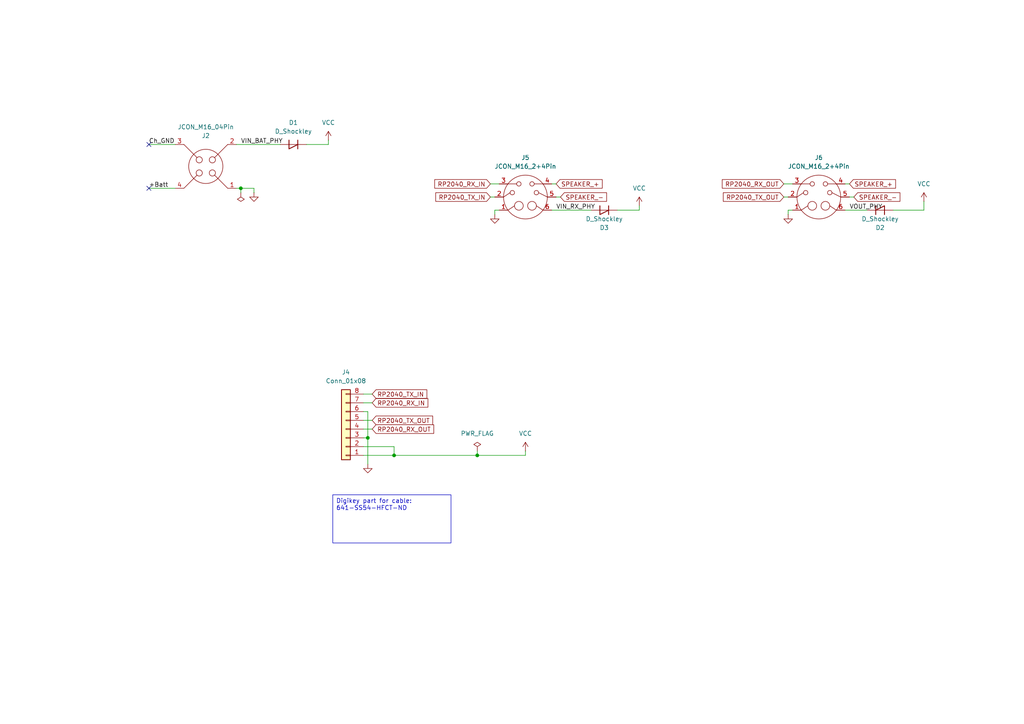
<source format=kicad_sch>
(kicad_sch (version 20250114) (generator "eeschema") (generator_version "9.0")
  (paper "A4")
  (lib_symbols
    (symbol "Connector_Generic:Conn_01x08" (pin_names (offset 1.016) (hide yes))
      (property "Reference" "J" (at 0 10.16 0))
      (property "Value" "Conn_01x08" (at 0 -12.7 0))
      (symbol "Conn_01x08_1_1"
        (rectangle (start -1.27 8.89) (end 1.27 -11.43) (stroke (width 0.254)) (fill (type background)))
        (rectangle (start -1.27 7.747) (end 0 7.493) (stroke (width 0.1524)))
        (rectangle (start -1.27 5.207) (end 0 4.953) (stroke (width 0.1524)))
        (rectangle (start -1.27 2.667) (end 0 2.413) (stroke (width 0.1524)))
        (rectangle (start -1.27 0.127) (end 0 -0.127) (stroke (width 0.1524)))
        (rectangle (start -1.27 -2.413) (end 0 -2.667) (stroke (width 0.1524)))
        (rectangle (start -1.27 -4.953) (end 0 -5.207) (stroke (width 0.1524)))
        (rectangle (start -1.27 -7.493) (end 0 -7.747) (stroke (width 0.1524)))
        (rectangle (start -1.27 -10.033) (end 0 -10.287) (stroke (width 0.1524)))
        (pin passive line (at -5.08 7.62 0) (length 3.81) (name "Pin_1") (number "1"))
        (pin passive line (at -5.08 5.08 0) (length 3.81) (name "Pin_2") (number "2"))
        (pin passive line (at -5.08 2.54 0) (length 3.81) (name "Pin_3") (number "3"))
        (pin passive line (at -5.08 0 0) (length 3.81) (name "Pin_4") (number "4"))
        (pin passive line (at -5.08 -2.54 0) (length 3.81) (name "Pin_5") (number "5"))
        (pin passive line (at -5.08 -5.08 0) (length 3.81) (name "Pin_6") (number "6"))
        (pin passive line (at -5.08 -7.62 0) (length 3.81) (name "Pin_7") (number "7"))
        (pin passive line (at -5.08 -10.16 0) (length 3.81) (name "Pin_8") (number "8"))
      )
    )
    (symbol "Device:D_Shockley" (pin_numbers (hide yes)) (pin_names (offset 1.016) (hide yes))
      (property "Reference" "D" (at 0 2.54 0))
      (property "Value" "D_Shockley" (at 0 -2.54 0))
      (symbol "D_Shockley_0_1"
        (polyline (pts (xy -1.27 1.27) (xy -1.27 -1.27)) (stroke (width 0.254)))
        (polyline (pts (xy -1.27 0) (xy 1.27 0)))
        (polyline (pts (xy -1.27 0) (xy 1.27 1.27) (xy 1.27 -1.27)) (stroke (width 0.254)))
      )
      (symbol "D_Shockley_1_1"
        (pin passive line (at -3.81 0 0) (length 2.54) (name "K") (number "1"))
        (pin passive line (at 3.81 0 180) (length 2.54) (name "A") (number "2"))
      )
    )
    (symbol "cacophony-library:JCON_M16_04Pin"
      (property "Reference" "J" (at 0 11.43 0))
      (property "Value" "JCON_M16_04Pin" (at 0 8.89 0))
      (symbol "JCON_M16_04Pin_0_1"
        (polyline (pts (xy -2.54 2.54) (xy -6.35 6.35)))
        (polyline (pts (xy -2.54 -2.54) (xy -6.35 -6.35)))
        (circle (center -1.905 1.905) (radius 0.898))
        (circle (center -1.905 -1.905) (radius 0.898))
        (circle (center 0 0) (radius 4.9595))
        (circle (center 1.905 1.905) (radius 0.898))
        (circle (center 1.905 -1.905) (radius 0.898))
        (polyline (pts (xy 2.54 -2.54) (xy 6.35 -6.35)))
        (polyline (pts (xy 6.35 6.35) (xy 2.54 2.54)))
      )
      (symbol "JCON_M16_04Pin_1_1"
        (pin passive line (at -8.89 6.35 0) (length 2.54) (name "") (number "1"))
        (pin passive line (at -8.89 -6.35 0) (length 2.54) (name "") (number "2"))
        (pin passive line (at 8.89 6.35 180) (length 2.54) (name "") (number "4"))
        (pin passive line (at 8.89 -6.35 180) (length 2.54) (name "") (number "3"))
      )
    )
    (symbol "cacophony-library:JCON_M16_2+4Pin"
      (property "Reference" "J" (at 0 7.62 0))
      (property "Value" "JCON_M16_2+4Pin" (at -7.62 12.7 0))
      (symbol "JCON_M16_2+4Pin_0_1"
        (polyline (pts (xy -4.445 1.27) (xy -6.35 0)))
        (circle (center -3.81 1.27) (radius 0.635))
        (polyline (pts (xy -3.175 -2.54) (xy -5.08 -3.81)))
        (polyline (pts (xy -2.54 3.81) (xy -5.08 3.81)))
        (circle (center -1.905 3.81) (radius 0.635))
        (circle (center -1.905 -2.54) (radius 1.27))
        (circle (center 0 0) (radius 6.35))
        (circle (center 1.905 3.81) (radius 0.635))
        (circle (center 1.905 -2.54) (radius 1.27))
        (polyline (pts (xy 2.54 3.81) (xy 5.08 3.81)))
        (circle (center 3.175 1.27) (radius 0.635))
        (polyline (pts (xy 3.175 -2.54) (xy 5.08 -3.81)))
        (polyline (pts (xy 3.81 1.27) (xy 6.35 0)))
      )
      (symbol "JCON_M16_2+4Pin_1_1"
        (pin passive line (at -8.89 0 0) (length 2.54) (name "") (number "2"))
        (pin passive line (at -7.62 3.81 0) (length 2.54) (name "") (number "3"))
        (pin passive line (at -7.62 -3.81 0) (length 2.54) (name "") (number "1"))
        (pin passive line (at 7.62 3.81 180) (length 2.54) (name "") (number "4"))
        (pin passive line (at 7.62 -3.81 180) (length 2.54) (name "") (number "6"))
        (pin passive line (at 8.89 0 180) (length 2.54) (name "") (number "5"))
      )
    )
    (symbol "power:GND" (power) (pin_numbers (hide yes)) (pin_names (offset 0) (hide yes))
      (property "Value" "GND" (at 0 -3.81 0))
      (symbol "GND_0_1"
        (polyline (pts (xy 0 0) (xy 0 -1.27) (xy 1.27 -1.27) (xy 0 -2.54) (xy -1.27 -1.27) (xy 0 -1.27)))
      )
      (symbol "GND_1_1"
        (pin power_in line (at 0 0 270) (length 0) (name "~") (number "1"))
      )
    )
    (symbol "power:PWR_FLAG" (power) (pin_numbers (hide yes)) (pin_names (offset 0) (hide yes))
      (property "Value" "PWR_FLAG" (at 0 3.81 0))
      (symbol "PWR_FLAG_0_0"
        (pin power_out line (at 0 0 90) (length 0) (name "~") (number "1"))
      )
      (symbol "PWR_FLAG_0_1"
        (polyline (pts (xy 0 0) (xy 0 1.27) (xy -1.016 1.905) (xy 0 2.54) (xy 1.016 1.905) (xy 0 1.27)))
      )
    )
    (symbol "power:VCC" (power) (pin_numbers (hide yes)) (pin_names (offset 0) (hide yes))
      (property "Value" "VCC" (at 0 3.556 0))
      (symbol "VCC_0_1"
        (polyline (pts (xy -0.762 1.27) (xy 0 2.54)))
        (polyline (pts (xy 0 2.54) (xy 0.762 1.27)))
        (polyline (pts (xy 0 0) (xy 0 2.54)))
      )
      (symbol "VCC_1_1"
        (pin power_in line (at 0 0 90) (length 0) (name "~") (number "1"))
      )
    )
  )
  (text_box "Digikey part for cable: 641-SS54-HFCT-ND" (at 96.52 143.51 0) (size 34.29 13.97) (margins 0.9525 0.9525 0.9525 0.9525) (effects (font (size 1.27 1.27)) (justify left top)))
  (junction (at 69.85 54.61))
  (junction (at 138.43 132.08))
  (junction (at 114.3 132.08))
  (junction (at 106.68 127))
  (no_connect (at 43.18 41.91))
  (no_connect (at 43.18 54.61))
  (wire (pts (xy 114.3 129.54) (xy 114.3 132.08)))
  (wire (pts (xy 143.51 60.96) (xy 144.78 60.96)))
  (wire (pts (xy 114.3 129.54) (xy 105.41 129.54)))
  (wire (pts (xy 227.33 53.34) (xy 229.87 53.34)))
  (wire (pts (xy 114.3 132.08) (xy 138.43 132.08)))
  (wire (pts (xy 43.18 41.91) (xy 50.8 41.91)))
  (wire (pts (xy 160.02 60.96) (xy 171.45 60.96)))
  (wire (pts (xy 69.85 55.88) (xy 69.85 54.61)))
  (wire (pts (xy 142.24 57.15) (xy 143.51 57.15)))
  (wire (pts (xy 105.41 124.46) (xy 107.95 124.46)))
  (wire (pts (xy 105.41 116.84) (xy 107.95 116.84)))
  (wire (pts (xy 227.33 57.15) (xy 228.6 57.15)))
  (wire (pts (xy 43.18 54.61) (xy 50.8 54.61)))
  (wire (pts (xy 267.97 58.42) (xy 267.97 60.96)))
  (wire (pts (xy 245.11 60.96) (xy 251.46 60.96)))
  (wire (pts (xy 160.02 53.34) (xy 161.29 53.34)))
  (wire (pts (xy 105.41 114.3) (xy 107.95 114.3)))
  (wire (pts (xy 185.42 60.96) (xy 185.42 59.69)))
  (wire (pts (xy 105.41 119.38) (xy 106.68 119.38)))
  (wire (pts (xy 95.25 41.91) (xy 95.25 40.64)))
  (wire (pts (xy 228.6 62.23) (xy 228.6 60.96)))
  (wire (pts (xy 105.41 127) (xy 106.68 127)))
  (wire (pts (xy 106.68 127) (xy 106.68 134.62)))
  (wire (pts (xy 259.08 60.96) (xy 267.97 60.96)))
  (wire (pts (xy 179.07 60.96) (xy 185.42 60.96)))
  (wire (pts (xy 228.6 60.96) (xy 229.87 60.96)))
  (wire (pts (xy 138.43 130.81) (xy 138.43 132.08)))
  (wire (pts (xy 142.24 53.34) (xy 144.78 53.34)))
  (wire (pts (xy 161.29 57.15) (xy 162.56 57.15)))
  (wire (pts (xy 73.66 54.61) (xy 69.85 54.61)))
  (wire (pts (xy 73.66 55.88) (xy 73.66 54.61)))
  (wire (pts (xy 106.68 119.38) (xy 106.68 127)))
  (wire (pts (xy 138.43 132.08) (xy 152.4 132.08)))
  (wire (pts (xy 246.38 57.15) (xy 247.65 57.15)))
  (wire (pts (xy 152.4 130.81) (xy 152.4 132.08)))
  (wire (pts (xy 69.85 54.61) (xy 68.58 54.61)))
  (wire (pts (xy 105.41 132.08) (xy 114.3 132.08)))
  (wire (pts (xy 105.41 121.92) (xy 107.95 121.92)))
  (wire (pts (xy 68.58 41.91) (xy 81.28 41.91)))
  (wire (pts (xy 88.9 41.91) (xy 95.25 41.91)))
  (wire (pts (xy 143.51 62.23) (xy 143.51 60.96)))
  (wire (pts (xy 245.11 53.34) (xy 246.38 53.34)))
  (label "+Batt" (at 43.18 54.61 0))
  (label "Ch_GND" (at 43.18 41.91 0))
  (label "VIN_RX_PHY" (at 161.29 60.96 0))
  (label "VOUT_PHY" (at 246.38 60.96 0))
  (label "VIN_BAT_PHY" (at 69.85 41.91 0))
  (global_label "RP2040_RX_IN" (shape input) (at 142.24 53.34 180) (property "Intersheetrefs" "${INTERSHEET_REFS}" (effects (hide yes))))
  (global_label "SPEAKER_+" (shape input) (at 246.38 53.34 0) (property "Intersheetrefs" "${INTERSHEET_REFS}" (effects (hide yes))))
  (global_label "RP2040_RX_OUT" (shape input) (at 227.33 53.34 180) (property "Intersheetrefs" "${INTERSHEET_REFS}" (effects (hide yes))))
  (global_label "RP2040_TX_OUT" (shape input) (at 227.33 57.15 180) (property "Intersheetrefs" "${INTERSHEET_REFS}" (effects (hide yes))))
  (global_label "SPEAKER_-" (shape input) (at 247.65 57.15 0) (property "Intersheetrefs" "${INTERSHEET_REFS}" (effects (hide yes))))
  (global_label "SPEAKER_-" (shape input) (at 162.56 57.15 0) (property "Intersheetrefs" "${INTERSHEET_REFS}" (effects (hide yes))))
  (global_label "RP2040_RX_IN" (shape input) (at 107.95 116.84 0) (property "Intersheetrefs" "${INTERSHEET_REFS}" (effects (hide yes))))
  (global_label "RP2040_RX_OUT" (shape input) (at 107.95 124.46 0) (property "Intersheetrefs" "${INTERSHEET_REFS}" (effects (hide yes))))
  (global_label "RP2040_TX_IN" (shape input) (at 107.95 114.3 0) (property "Intersheetrefs" "${INTERSHEET_REFS}" (effects (hide yes))))
  (global_label "RP2040_TX_IN" (shape input) (at 142.24 57.15 180) (property "Intersheetrefs" "${INTERSHEET_REFS}" (effects (hide yes))))
  (global_label "RP2040_TX_OUT" (shape input) (at 107.95 121.92 0) (property "Intersheetrefs" "${INTERSHEET_REFS}" (effects (hide yes))))
  (global_label "SPEAKER_+" (shape input) (at 161.29 53.34 0) (property "Intersheetrefs" "${INTERSHEET_REFS}" (effects (hide yes))))
  (symbol (lib_id "Device:D_Shockley") (at 175.26 60.96 180) (unit 1)
    (property "Reference" "D3" (at 175.26 66.04 0))
    (property "Value" "D_Shockley" (at 175.26 63.5 0))
    (property "Footprint" "Diode_SMD:D_SMA_Handsoldering" (effects (hide yes)))
    (property "Description" "Shockley (PNPN) diode" (effects (hide yes)))
    (property "LCSC" "C22452" (effects (hide yes)))
    (property "Digikey" "641-SS54-HFCT-ND" (effects (hide yes)))
  )
  (symbol (lib_id "Device:D_Shockley") (at 85.09 41.91 180) (unit 1)
    (property "Reference" "D1" (at 85.09 35.56 0))
    (property "Value" "D_Shockley" (at 85.09 38.1 0))
    (property "Footprint" "Diode_SMD:D_SMA_Handsoldering" (effects (hide yes)))
    (property "Description" "Shockley (PNPN) diode" (effects (hide yes)))
    (property "LCSC" "C22452" (effects (hide yes)))
    (property "Digikey" "641-SS54-HFCT-ND" (effects (hide yes)))
  )
  (symbol (lib_id "power:GND") (at 228.6 62.23 0) (unit 1)
    (property "Reference" "#PWR04" (effects (hide yes)))
    (property "Value" "GND" (effects (hide yes)))
    (property "Description" "Power symbol creates a global label with name \"GND\" , ground" (effects (hide yes)))
  )
  (symbol (lib_id "cacophony-library:JCON_M16_2+4Pin") (at 237.49 57.15 0) (unit 1) (in_bom no)
    (property "Reference" "J6" (at 237.49 45.72 0))
    (property "Value" "JCON_M16_2+4Pin" (at 237.49 48.26 0))
    (property "Footprint" "cacophony-library:jcon-2+4pin-m16" (effects (hide yes)))
  )
  (symbol (lib_id "power:VCC") (at 185.42 59.69 0) (unit 1)
    (property "Reference" "#PWR07" (effects (hide yes)))
    (property "Value" "VCC" (at 185.42 54.61 0))
    (property "Description" "Power symbol creates a global label with name \"VCC\"" (effects (hide yes)))
  )
  (symbol (lib_id "power:GND") (at 106.68 134.62 0) (unit 1)
    (property "Reference" "#PWR02" (effects (hide yes)))
    (property "Value" "GND" (effects (hide yes)))
  )
  (symbol (lib_id "power:GND") (at 143.51 62.23 0) (unit 1)
    (property "Reference" "#PWR03" (effects (hide yes)))
    (property "Value" "GND" (effects (hide yes)))
    (property "Description" "Power symbol creates a global label with name \"GND\" , ground" (effects (hide yes)))
  )
  (symbol (lib_id "Connector_Generic:Conn_01x08") (at 100.33 124.46 180) (unit 1)
    (property "Reference" "J4" (at 100.33 107.95 0))
    (property "Value" "Conn_01x08" (at 100.33 110.49 0))
    (property "Footprint" "Connector_JST:JST_XA_S08B-XASK-1_1x08_P2.50mm_Horizontal" (effects (hide yes)))
    (property "Description" "Generic connector, single row, 01x08, script generated (kicad-library-utils/schlib/autogen/connector/)" (effects (hide yes)))
    (property "Digikey" "641-SS54-HFCT-ND" (effects (hide yes)))
  )
  (symbol (lib_id "power:PWR_FLAG") (at 69.85 55.88 180) (unit 1)
    (property "Reference" "#FLG03" (effects (hide yes)))
    (property "Value" "PWR_FLAG" (effects (hide yes)))
    (property "Description" "Special symbol for telling ERC where power comes from" (effects (hide yes)))
  )
  (symbol (lib_id "power:VCC") (at 267.97 58.42 0) (unit 1)
    (property "Reference" "#PWR01" (effects (hide yes)))
    (property "Value" "VCC" (at 267.97 53.34 0))
    (property "Description" "Power symbol creates a global label with name \"VCC\"" (effects (hide yes)))
  )
  (symbol (lib_id "power:PWR_FLAG") (at 138.43 130.81 0) (unit 1)
    (property "Reference" "#FLG01" (effects (hide yes)))
    (property "Value" "PWR_FLAG" (at 138.43 125.73 0))
    (property "Description" "Special symbol for telling ERC where power comes from" (effects (hide yes)))
  )
  (symbol (lib_id "Device:D_Shockley") (at 255.27 60.96 0) (unit 1)
    (property "Reference" "D2" (at 255.27 66.04 0))
    (property "Value" "D_Shockley" (at 255.27 63.5 0))
    (property "Footprint" "Diode_SMD:D_SMA_Handsoldering" (effects (hide yes)))
    (property "Description" "Shockley (PNPN) diode" (effects (hide yes)))
    (property "LCSC" "C22452" (effects (hide yes)))
    (property "Digikey" "641-SS54-HFCT-ND" (effects (hide yes)))
  )
  (symbol (lib_id "cacophony-library:JCON_M16_04Pin") (at 59.69 48.26 180) (unit 1) (in_bom no)
    (property "Reference" "J2" (at 59.69 39.37 0))
    (property "Value" "JCON_M16_04Pin" (at 59.69 36.83 0))
    (property "Footprint" "cacophony-library:jcon-4pin_m16" (effects (hide yes)))
  )
  (symbol (lib_id "power:GND") (at 73.66 55.88 0) (unit 1)
    (property "Reference" "#PWR06" (effects (hide yes)))
    (property "Value" "GND" (effects (hide yes)))
    (property "Description" "Power symbol creates a global label with name \"GND\" , ground" (effects (hide yes)))
  )
  (symbol (lib_id "cacophony-library:JCON_M16_2+4Pin") (at 152.4 57.15 0) (unit 1) (in_bom no)
    (property "Reference" "J5" (at 152.4 45.72 0))
    (property "Value" "JCON_M16_2+4Pin" (at 152.4 48.26 0))
    (property "Footprint" "cacophony-library:jcon-2+4pin-m16" (effects (hide yes)))
  )
  (symbol (lib_id "power:VCC") (at 152.4 130.81 0) (unit 1)
    (property "Reference" "#PWR08" (effects (hide yes)))
    (property "Value" "VCC" (at 152.4 125.73 0))
    (property "Description" "Power symbol creates a global label with name \"VCC\"" (effects (hide yes)))
  )
  (symbol (lib_id "power:VCC") (at 95.25 40.64 0) (unit 1)
    (property "Reference" "#PWR05" (effects (hide yes)))
    (property "Value" "VCC" (at 95.25 35.56 0))
    (property "Description" "Power symbol creates a global label with name \"VCC\"" (effects (hide yes)))
  )
)
</source>
